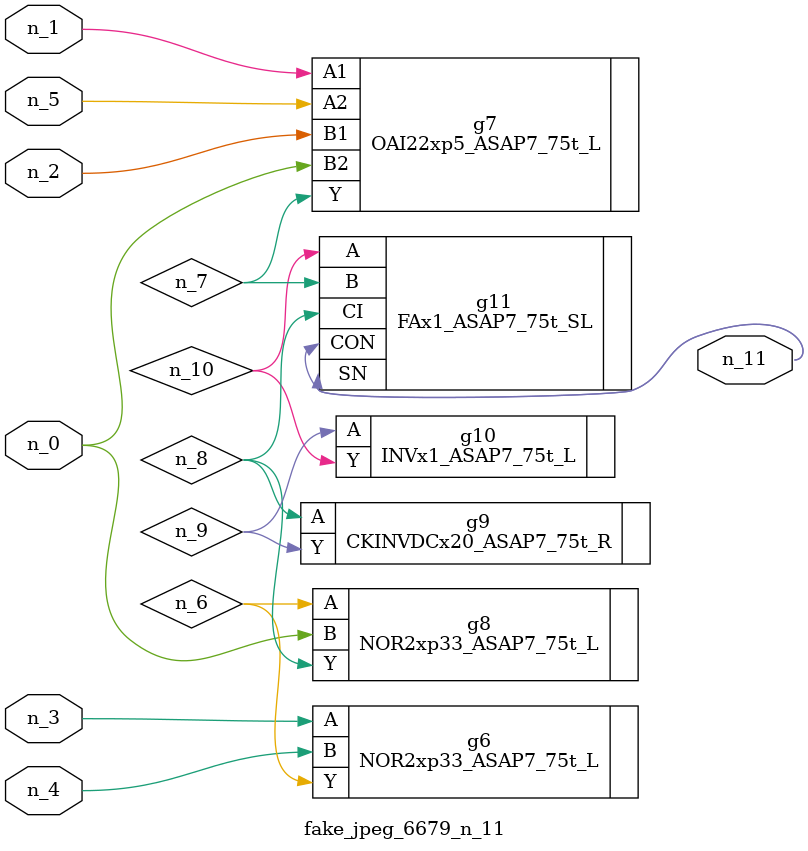
<source format=v>
module fake_jpeg_6679_n_11 (n_3, n_2, n_1, n_0, n_4, n_5, n_11);

input n_3;
input n_2;
input n_1;
input n_0;
input n_4;
input n_5;

output n_11;

wire n_10;
wire n_8;
wire n_9;
wire n_6;
wire n_7;

NOR2xp33_ASAP7_75t_L g6 ( 
.A(n_3),
.B(n_4),
.Y(n_6)
);

OAI22xp5_ASAP7_75t_L g7 ( 
.A1(n_1),
.A2(n_5),
.B1(n_2),
.B2(n_0),
.Y(n_7)
);

NOR2xp33_ASAP7_75t_L g8 ( 
.A(n_6),
.B(n_0),
.Y(n_8)
);

CKINVDCx20_ASAP7_75t_R g9 ( 
.A(n_8),
.Y(n_9)
);

INVx1_ASAP7_75t_L g10 ( 
.A(n_9),
.Y(n_10)
);

FAx1_ASAP7_75t_SL g11 ( 
.A(n_10),
.B(n_7),
.CI(n_8),
.CON(n_11),
.SN(n_11)
);


endmodule
</source>
